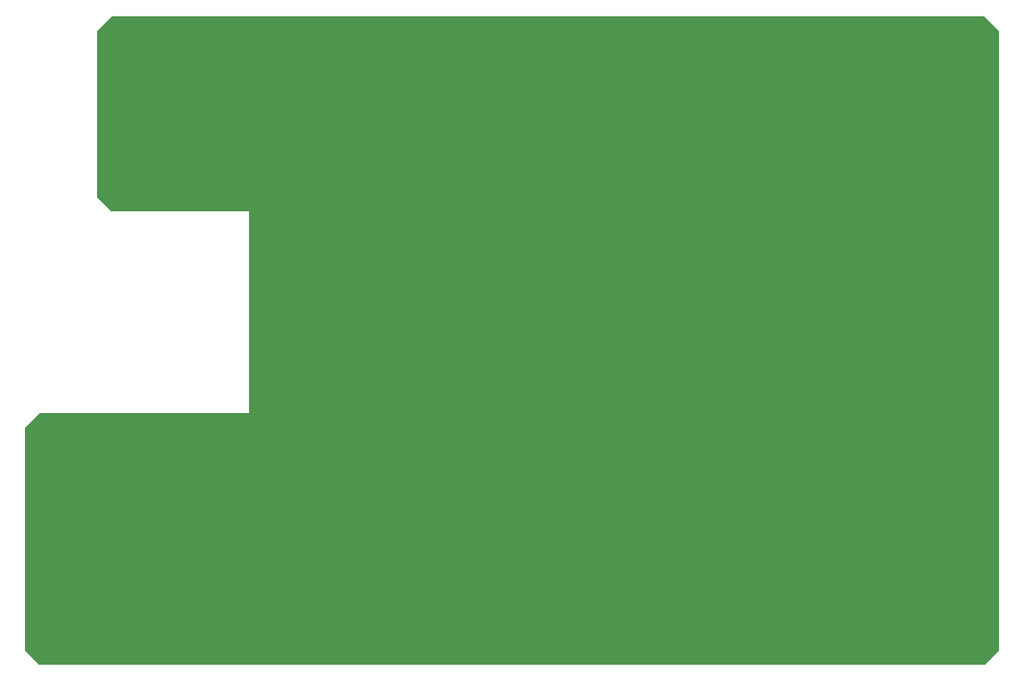
<source format=gbr>
G04 DipTrace 2.4.0.2*
%INBoard.gbr*%
%MOIN*%
%ADD11C,0.0055*%
%FSLAX44Y44*%
G04*
G70*
G90*
G75*
G01*
%LNBoardPoly*%
%LPD*%
G36*
X6940Y19690D2*
D11*
X6440Y20190D1*
Y25940D1*
X6940Y26440D1*
X37190D1*
X37690Y25940D1*
Y4690D1*
Y4440D1*
X37190Y3940D1*
X4440D1*
X3940Y4440D1*
Y12190D1*
X4440Y12690D1*
X11690D1*
Y19690D1*
X6940D1*
G37*
M02*

</source>
